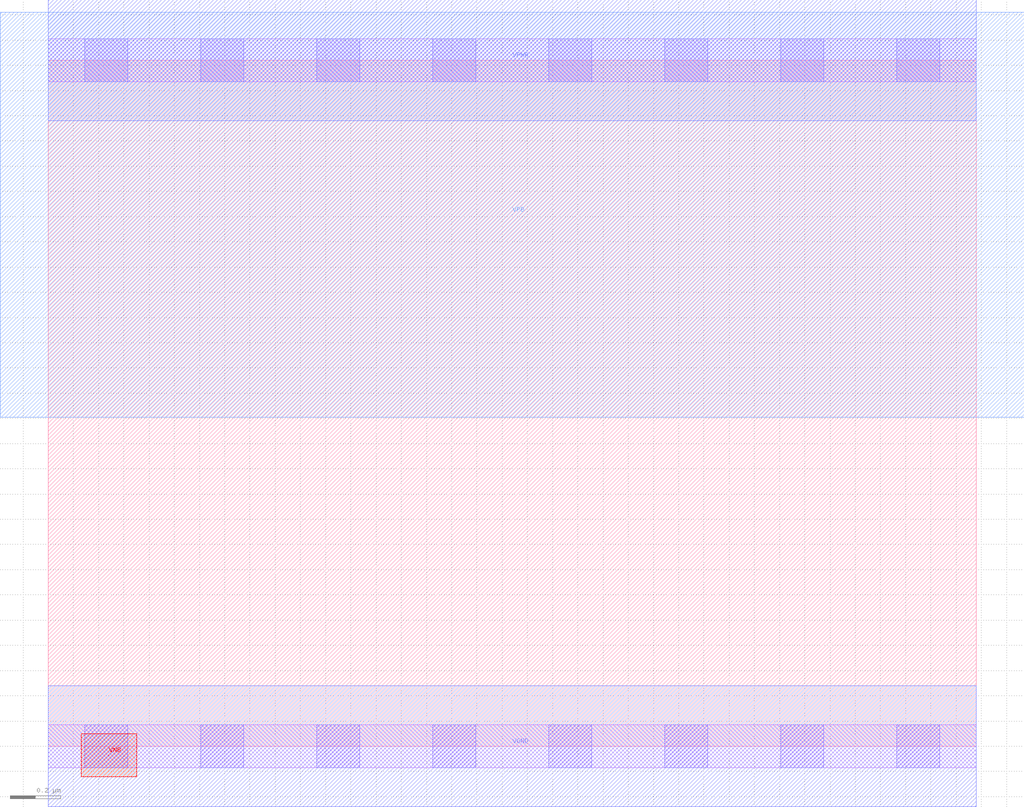
<source format=lef>
# Copyright 2020 The SkyWater PDK Authors
#
# Licensed under the Apache License, Version 2.0 (the "License");
# you may not use this file except in compliance with the License.
# You may obtain a copy of the License at
#
#     https://www.apache.org/licenses/LICENSE-2.0
#
# Unless required by applicable law or agreed to in writing, software
# distributed under the License is distributed on an "AS IS" BASIS,
# WITHOUT WARRANTIES OR CONDITIONS OF ANY KIND, either express or implied.
# See the License for the specific language governing permissions and
# limitations under the License.
#
# SPDX-License-Identifier: Apache-2.0

VERSION 5.7 ;
  NOWIREEXTENSIONATPIN ON ;
  DIVIDERCHAR "/" ;
  BUSBITCHARS "[]" ;
MACRO sky130_fd_sc_hd__fill_8
  CLASS CORE SPACER ;
  FOREIGN sky130_fd_sc_hd__fill_8 ;
  ORIGIN  0.000000  0.000000 ;
  SIZE  3.680000 BY  2.720000 ;
  SYMMETRY X Y R90 ;
  SITE unithd ;
  PIN VNB
    PORT
      LAYER pwell ;
        RECT 0.130000 -0.120000 0.350000 0.050000 ;
    END
  END VNB
  PIN VPB
    PORT
      LAYER nwell ;
        RECT -0.190000 1.305000 3.870000 2.910000 ;
    END
  END VPB
  PIN VGND
    DIRECTION INOUT ;
    SHAPE ABUTMENT ;
    USE GROUND ;
    PORT
      LAYER met1 ;
        RECT 0.000000 -0.240000 3.680000 0.240000 ;
    END
  END VGND
  PIN VPWR
    DIRECTION INOUT ;
    SHAPE ABUTMENT ;
    USE POWER ;
    PORT
      LAYER met1 ;
        RECT 0.000000 2.480000 3.680000 2.960000 ;
    END
  END VPWR
  OBS
    LAYER li1 ;
      RECT 0.000000 -0.085000 3.680000 0.085000 ;
      RECT 0.000000  2.635000 3.680000 2.805000 ;
    LAYER mcon ;
      RECT 0.145000 -0.085000 0.315000 0.085000 ;
      RECT 0.145000  2.635000 0.315000 2.805000 ;
      RECT 0.605000 -0.085000 0.775000 0.085000 ;
      RECT 0.605000  2.635000 0.775000 2.805000 ;
      RECT 1.065000 -0.085000 1.235000 0.085000 ;
      RECT 1.065000  2.635000 1.235000 2.805000 ;
      RECT 1.525000 -0.085000 1.695000 0.085000 ;
      RECT 1.525000  2.635000 1.695000 2.805000 ;
      RECT 1.985000 -0.085000 2.155000 0.085000 ;
      RECT 1.985000  2.635000 2.155000 2.805000 ;
      RECT 2.445000 -0.085000 2.615000 0.085000 ;
      RECT 2.445000  2.635000 2.615000 2.805000 ;
      RECT 2.905000 -0.085000 3.075000 0.085000 ;
      RECT 2.905000  2.635000 3.075000 2.805000 ;
      RECT 3.365000 -0.085000 3.535000 0.085000 ;
      RECT 3.365000  2.635000 3.535000 2.805000 ;
  END
END sky130_fd_sc_hd__fill_8
END LIBRARY

</source>
